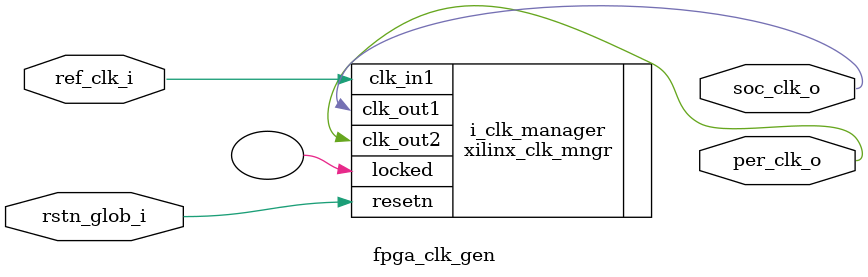
<source format=sv>


module fpga_clk_gen (
                     input logic         ref_clk_i,
                     input logic         rstn_glob_i,
                     output logic        soc_clk_o,
                     output logic        per_clk_o
                     );

  xilinx_clk_mngr i_clk_manager
    (
     .resetn(rstn_glob_i),
     .clk_in1(ref_clk_i),
     .clk_out1(soc_clk_o),
     .clk_out2(per_clk_o),
     .locked()
     );

endmodule : fpga_clk_gen

</source>
